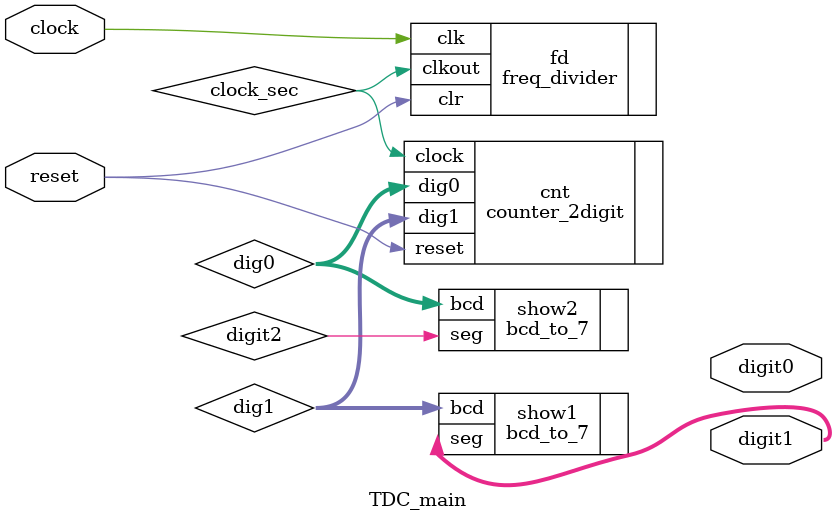
<source format=v>
`timescale 1ns / 1ps
module TDC_main(
    input clock,
    input reset,
    output [6:0] digit1,
    output [6:0] digit0
    );

  reg clock_sec;

  freq_divider fd(
    .clr(reset), .clk(clock), .clkout(clock_sec)
  );

  wire [3:0] dig1;
  wire [3:0] dig0;

  counter_2digit cnt(
    .reset(reset),
    .clock(clock_sec),
    .dig1(dig1),
    .dig0(dig0)
  );

  bcd_to_7 show1(
    .bcd(dig1), .seg(digit1)
  );
  bcd_to_7 show2(
    .bcd(dig0), .seg(digit2)
  );


endmodule

</source>
